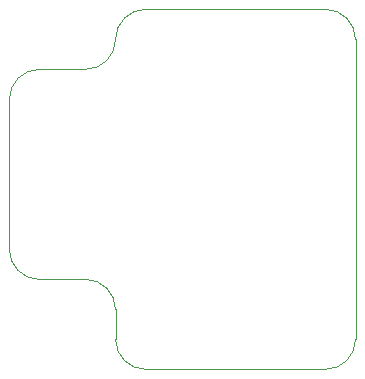
<source format=gbr>
%TF.GenerationSoftware,KiCad,Pcbnew,7.0.9-1.fc39*%
%TF.CreationDate,2023-11-25T21:30:59-08:00*%
%TF.ProjectId,supermicro-ATX-PCB,73757065-726d-4696-9372-6f2d4154582d,rev?*%
%TF.SameCoordinates,Original*%
%TF.FileFunction,Profile,NP*%
%FSLAX46Y46*%
G04 Gerber Fmt 4.6, Leading zero omitted, Abs format (unit mm)*
G04 Created by KiCad (PCBNEW 7.0.9-1.fc39) date 2023-11-25 21:30:59*
%MOMM*%
%LPD*%
G01*
G04 APERTURE LIST*
%TA.AperFunction,Profile*%
%ADD10C,0.100000*%
%TD*%
G04 APERTURE END LIST*
D10*
X102870000Y-64770000D02*
X98951051Y-64770000D01*
X98951051Y-82550000D02*
X102870000Y-82550000D01*
X125730000Y-62230000D02*
G75*
G03*
X123190000Y-59690000I-2540000J0D01*
G01*
X123190000Y-90170000D02*
G75*
G03*
X125730000Y-87630000I0J2540000D01*
G01*
X105410000Y-87630000D02*
G75*
G03*
X107950000Y-90170000I2540000J0D01*
G01*
X105410000Y-85090000D02*
G75*
G03*
X102870000Y-82550000I-2540000J0D01*
G01*
X96411051Y-80010000D02*
G75*
G03*
X98951051Y-82550000I2540000J0D01*
G01*
X98951051Y-64770000D02*
G75*
G03*
X96411051Y-67310000I0J-2540000D01*
G01*
X102870000Y-64770000D02*
G75*
G03*
X105410000Y-62230000I0J2540000D01*
G01*
X107950000Y-59690000D02*
G75*
G03*
X105410000Y-62230000I0J-2540000D01*
G01*
X123190000Y-59690000D02*
X107950000Y-59690000D01*
X96411051Y-80010000D02*
X96411051Y-67310000D01*
X105410000Y-85090000D02*
X105410000Y-87630000D01*
X123190000Y-90170000D02*
X107950000Y-90170000D01*
X125730000Y-62230000D02*
X125730000Y-87630000D01*
M02*

</source>
